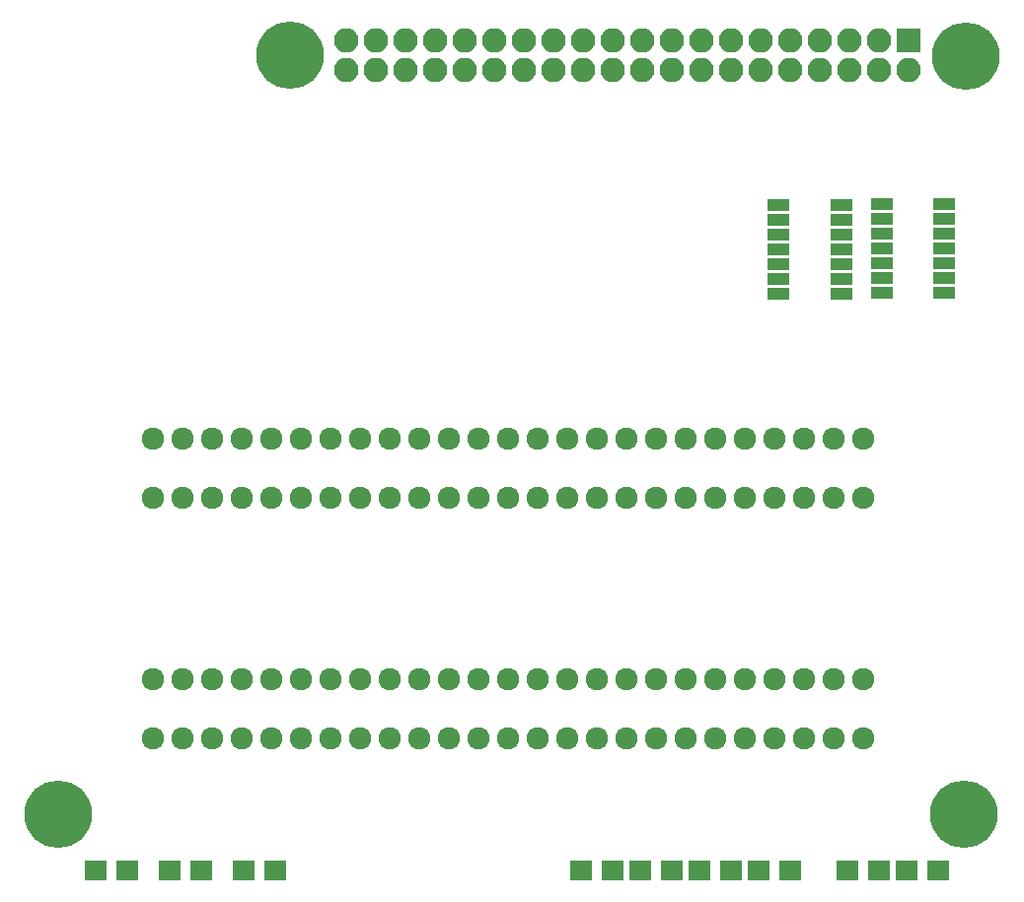
<source format=gbr>
G04 #@! TF.FileFunction,Soldermask,Top*
%FSLAX46Y46*%
G04 Gerber Fmt 4.6, Leading zero omitted, Abs format (unit mm)*
G04 Created by KiCad (PCBNEW 4.0.7) date 05/02/18 22:14:29*
%MOMM*%
%LPD*%
G01*
G04 APERTURE LIST*
%ADD10C,0.100000*%
%ADD11C,5.800000*%
%ADD12C,1.924000*%
%ADD13R,1.900000X1.700000*%
%ADD14R,2.100000X2.100000*%
%ADD15O,2.100000X2.100000*%
%ADD16R,1.900000X1.000000*%
G04 APERTURE END LIST*
D10*
D11*
X210312000Y-122174000D03*
X132588000Y-122174000D03*
X152459000Y-56992500D03*
D12*
X201676000Y-110561000D03*
X201676000Y-115641000D03*
X199136000Y-110561000D03*
X199136000Y-115641000D03*
X196596000Y-110561000D03*
X196596000Y-115641000D03*
X194056000Y-110561000D03*
X194056000Y-115641000D03*
X191516000Y-110561000D03*
X191516000Y-115641000D03*
X188976000Y-110561000D03*
X188976000Y-115641000D03*
X186436000Y-110561000D03*
X186436000Y-115641000D03*
X183896000Y-110561000D03*
X183896000Y-115641000D03*
X181356000Y-110561000D03*
X181356000Y-115641000D03*
X178816000Y-110561000D03*
X178816000Y-115641000D03*
X176276000Y-110561000D03*
X176276000Y-115641000D03*
X173736000Y-110561000D03*
X173736000Y-115641000D03*
X171196000Y-110561000D03*
X171196000Y-115641000D03*
X168656000Y-110561000D03*
X168656000Y-115641000D03*
X166116000Y-110561000D03*
X166116000Y-115641000D03*
X163576000Y-110561000D03*
X163576000Y-115641000D03*
X161036000Y-110561000D03*
X161036000Y-115641000D03*
X158496000Y-110561000D03*
X158496000Y-115641000D03*
X155956000Y-110561000D03*
X155956000Y-115641000D03*
X153416000Y-110561000D03*
X153416000Y-115641000D03*
X150876000Y-110561000D03*
X150876000Y-115641000D03*
X148336000Y-110561000D03*
X148336000Y-115641000D03*
X145796000Y-110561000D03*
X145796000Y-115641000D03*
X143256000Y-110561000D03*
X143256000Y-115641000D03*
X140716000Y-110561000D03*
X140716000Y-115641000D03*
X201676000Y-89916000D03*
X201676000Y-94996000D03*
X199136000Y-89916000D03*
X199136000Y-94996000D03*
X196596000Y-89916000D03*
X196596000Y-94996000D03*
X194056000Y-89916000D03*
X194056000Y-94996000D03*
X191516000Y-89916000D03*
X191516000Y-94996000D03*
X188976000Y-89916000D03*
X188976000Y-94996000D03*
X186436000Y-89916000D03*
X186436000Y-94996000D03*
X183896000Y-89916000D03*
X183896000Y-94996000D03*
X181356000Y-89916000D03*
X181356000Y-94996000D03*
X178816000Y-89916000D03*
X178816000Y-94996000D03*
X176276000Y-89916000D03*
X176276000Y-94996000D03*
X173736000Y-89916000D03*
X173736000Y-94996000D03*
X171196000Y-89916000D03*
X171196000Y-94996000D03*
X168656000Y-89916000D03*
X168656000Y-94996000D03*
X166116000Y-89916000D03*
X166116000Y-94996000D03*
X163576000Y-89916000D03*
X163576000Y-94996000D03*
X161036000Y-89916000D03*
X161036000Y-94996000D03*
X158496000Y-89916000D03*
X158496000Y-94996000D03*
X155956000Y-89916000D03*
X155956000Y-94996000D03*
X153416000Y-89916000D03*
X153416000Y-94996000D03*
X150876000Y-89916000D03*
X150876000Y-94996000D03*
X148336000Y-89916000D03*
X148336000Y-94996000D03*
X145796000Y-89916000D03*
X145796000Y-94996000D03*
X143256000Y-89916000D03*
X143256000Y-94996000D03*
X140716000Y-89916000D03*
X140716000Y-94996000D03*
D13*
X208106000Y-127000000D03*
X205406000Y-127000000D03*
X203026000Y-127000000D03*
X200326000Y-127000000D03*
X195406000Y-127000000D03*
X192706000Y-127000000D03*
X190326000Y-127000000D03*
X187626000Y-127000000D03*
X185246000Y-127000000D03*
X182546000Y-127000000D03*
X180166000Y-127000000D03*
X177466000Y-127000000D03*
X151210000Y-127000000D03*
X148510000Y-127000000D03*
X144860000Y-127000000D03*
X142160000Y-127000000D03*
X138510000Y-127000000D03*
X135810000Y-127000000D03*
D11*
X210483000Y-57023000D03*
D14*
X205572000Y-55727600D03*
D15*
X205572000Y-58267600D03*
X203032000Y-55727600D03*
X203032000Y-58267600D03*
X200492000Y-55727600D03*
X200492000Y-58267600D03*
X197952000Y-55727600D03*
X197952000Y-58267600D03*
X195412000Y-55727600D03*
X195412000Y-58267600D03*
X192872000Y-55727600D03*
X192872000Y-58267600D03*
X190332000Y-55727600D03*
X190332000Y-58267600D03*
X187792000Y-55727600D03*
X187792000Y-58267600D03*
X185252000Y-55727600D03*
X185252000Y-58267600D03*
X182712000Y-55727600D03*
X182712000Y-58267600D03*
X180172000Y-55727600D03*
X180172000Y-58267600D03*
X177632000Y-55727600D03*
X177632000Y-58267600D03*
X175092000Y-55727600D03*
X175092000Y-58267600D03*
X172552000Y-55727600D03*
X172552000Y-58267600D03*
X170012000Y-55727600D03*
X170012000Y-58267600D03*
X167472000Y-55727600D03*
X167472000Y-58267600D03*
X164932000Y-55727600D03*
X164932000Y-58267600D03*
X162392000Y-55727600D03*
X162392000Y-58267600D03*
X159852000Y-55727600D03*
X159852000Y-58267600D03*
X157312000Y-55727600D03*
X157312000Y-58267600D03*
D16*
X203261000Y-69723000D03*
X203261000Y-70993000D03*
X203261000Y-72263000D03*
X203261000Y-73533000D03*
X203261000Y-74803000D03*
X203261000Y-76073000D03*
X203261000Y-77343000D03*
X208661000Y-77343000D03*
X208661000Y-76073000D03*
X208661000Y-74803000D03*
X208661000Y-73533000D03*
X208661000Y-72263000D03*
X208661000Y-70993000D03*
X208661000Y-69723000D03*
X194437000Y-69850000D03*
X194437000Y-71120000D03*
X194437000Y-72390000D03*
X194437000Y-73660000D03*
X194437000Y-74930000D03*
X194437000Y-76200000D03*
X194437000Y-77470000D03*
X199837000Y-77470000D03*
X199837000Y-76200000D03*
X199837000Y-74930000D03*
X199837000Y-73660000D03*
X199837000Y-72390000D03*
X199837000Y-71120000D03*
X199837000Y-69850000D03*
M02*

</source>
